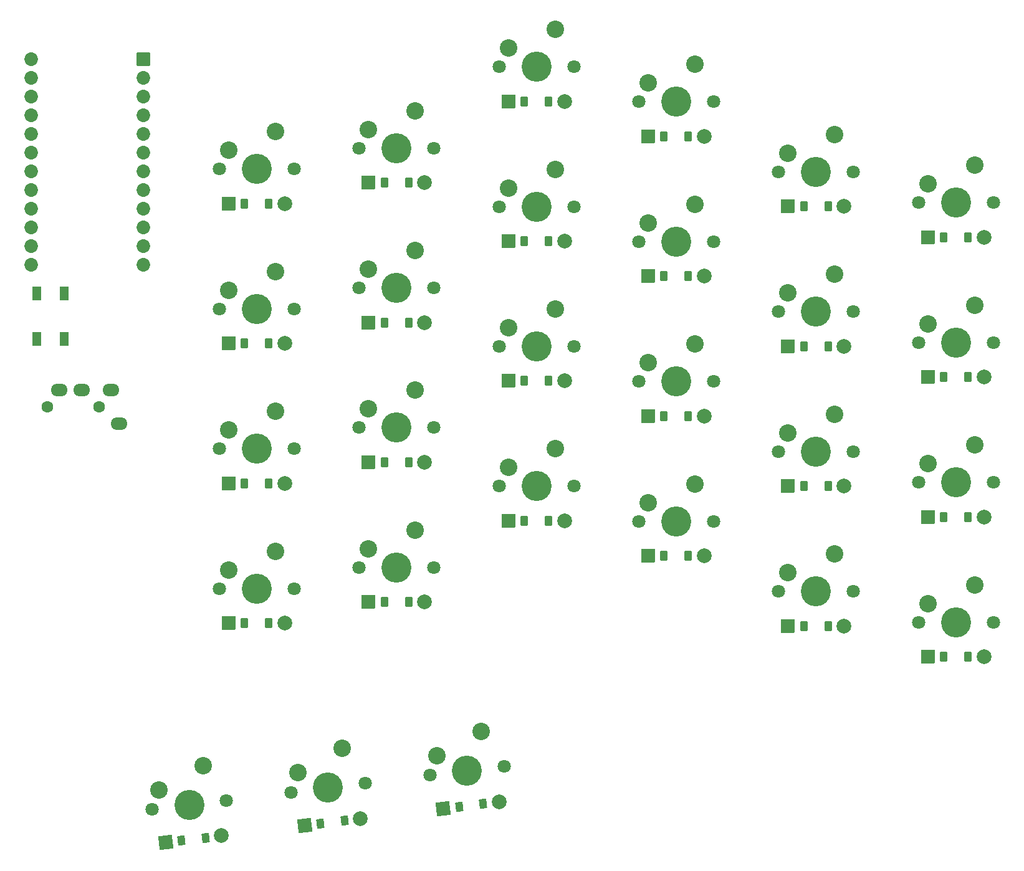
<source format=gbr>
%TF.GenerationSoftware,KiCad,Pcbnew,9.0.1*%
%TF.CreationDate,2025-06-02T17:15:55+02:00*%
%TF.ProjectId,pleiades_r,706c6569-6164-4657-935f-722e6b696361,v1.0.0*%
%TF.SameCoordinates,Original*%
%TF.FileFunction,Soldermask,Top*%
%TF.FilePolarity,Negative*%
%FSLAX46Y46*%
G04 Gerber Fmt 4.6, Leading zero omitted, Abs format (unit mm)*
G04 Created by KiCad (PCBNEW 9.0.1) date 2025-06-02 17:15:55*
%MOMM*%
%LPD*%
G01*
G04 APERTURE LIST*
G04 Aperture macros list*
%AMRoundRect*
0 Rectangle with rounded corners*
0 $1 Rounding radius*
0 $2 $3 $4 $5 $6 $7 $8 $9 X,Y pos of 4 corners*
0 Add a 4 corners polygon primitive as box body*
4,1,4,$2,$3,$4,$5,$6,$7,$8,$9,$2,$3,0*
0 Add four circle primitives for the rounded corners*
1,1,$1+$1,$2,$3*
1,1,$1+$1,$4,$5*
1,1,$1+$1,$6,$7*
1,1,$1+$1,$8,$9*
0 Add four rect primitives between the rounded corners*
20,1,$1+$1,$2,$3,$4,$5,0*
20,1,$1+$1,$4,$5,$6,$7,0*
20,1,$1+$1,$6,$7,$8,$9,0*
20,1,$1+$1,$8,$9,$2,$3,0*%
G04 Aperture macros list end*
%ADD10C,4.087800*%
%ADD11C,1.801800*%
%ADD12C,2.386000*%
%ADD13RoundRect,0.050000X-0.876300X0.876300X-0.876300X-0.876300X0.876300X-0.876300X0.876300X0.876300X0*%
%ADD14C,1.852600*%
%ADD15RoundRect,0.050000X-0.450000X-0.600000X0.450000X-0.600000X0.450000X0.600000X-0.450000X0.600000X0*%
%ADD16RoundRect,0.050000X-0.889000X-0.889000X0.889000X-0.889000X0.889000X0.889000X-0.889000X0.889000X0*%
%ADD17C,2.005000*%
%ADD18RoundRect,0.050000X-0.373524X-0.650369X0.519767X-0.540686X0.373524X0.650369X-0.519767X0.540686X0*%
%ADD19RoundRect,0.050000X-0.774032X-0.990715X0.990715X-0.774032X0.774032X0.990715X-0.990715X0.774032X0*%
%ADD20C,1.600000*%
%ADD21O,2.300000X1.700000*%
%ADD22RoundRect,0.050000X-0.550000X0.900000X-0.550000X-0.900000X0.550000X-0.900000X0.550000X0.900000X0*%
G04 APERTURE END LIST*
D10*
%TO.C,S1*%
X322283508Y-2857500D03*
D11*
X327363508Y-2857500D03*
X317203508Y-2857500D03*
D12*
X324823508Y2222500D03*
X318473508Y-317500D03*
%TD*%
D10*
%TO.C,S2*%
X322283508Y16142500D03*
D11*
X327363508Y16142500D03*
X317203508Y16142500D03*
D12*
X324823508Y21222500D03*
X318473508Y18682500D03*
%TD*%
D10*
%TO.C,S3*%
X322283508Y35142500D03*
D11*
X327363508Y35142500D03*
X317203508Y35142500D03*
D12*
X324823508Y40222500D03*
X318473508Y37682500D03*
%TD*%
D10*
%TO.C,S4*%
X322283508Y54142500D03*
D11*
X327363508Y54142500D03*
X317203508Y54142500D03*
D12*
X324823508Y59222500D03*
X318473508Y56682500D03*
%TD*%
D10*
%TO.C,S5*%
X303283508Y1333500D03*
D11*
X308363508Y1333500D03*
X298203508Y1333500D03*
D12*
X305823508Y6413500D03*
X299473508Y3873500D03*
%TD*%
D10*
%TO.C,S6*%
X303283508Y20333500D03*
D11*
X308363508Y20333500D03*
X298203508Y20333500D03*
D12*
X305823508Y25413500D03*
X299473508Y22873500D03*
%TD*%
D10*
%TO.C,S7*%
X303283508Y39333500D03*
D11*
X308363508Y39333500D03*
X298203508Y39333500D03*
D12*
X305823508Y44413500D03*
X299473508Y41873500D03*
%TD*%
D10*
%TO.C,S8*%
X303283508Y58333500D03*
D11*
X308363508Y58333500D03*
X298203508Y58333500D03*
D12*
X305823508Y63413500D03*
X299473508Y60873500D03*
%TD*%
D10*
%TO.C,S9*%
X284283508Y10858500D03*
D11*
X289363508Y10858500D03*
X279203508Y10858500D03*
D12*
X286823508Y15938500D03*
X280473508Y13398500D03*
%TD*%
D10*
%TO.C,S10*%
X284283508Y29858500D03*
D11*
X289363508Y29858500D03*
X279203508Y29858500D03*
D12*
X286823508Y34938500D03*
X280473508Y32398500D03*
%TD*%
D10*
%TO.C,S11*%
X284283508Y48858500D03*
D11*
X289363508Y48858500D03*
X279203508Y48858500D03*
D12*
X286823508Y53938500D03*
X280473508Y51398500D03*
%TD*%
D10*
%TO.C,S12*%
X284283508Y67858500D03*
D11*
X289363508Y67858500D03*
X279203508Y67858500D03*
D12*
X286823508Y72938500D03*
X280473508Y70398500D03*
%TD*%
D10*
%TO.C,S13*%
X265283508Y15621000D03*
D11*
X270363508Y15621000D03*
X260203508Y15621000D03*
D12*
X267823508Y20701000D03*
X261473508Y18161000D03*
%TD*%
D10*
%TO.C,S15*%
X265283508Y53621000D03*
D11*
X270363508Y53621000D03*
X260203508Y53621000D03*
D12*
X267823508Y58701000D03*
X261473508Y56161000D03*
%TD*%
D10*
%TO.C,S16*%
X265283508Y72621000D03*
D11*
X270363508Y72621000D03*
X260203508Y72621000D03*
D12*
X267823508Y77701000D03*
X261473508Y75161000D03*
%TD*%
D10*
%TO.C,S17*%
X246283508Y4572000D03*
D11*
X251363508Y4572000D03*
X241203508Y4572000D03*
D12*
X248823508Y9652000D03*
X242473508Y7112000D03*
%TD*%
D10*
%TO.C,S19*%
X246283508Y42572000D03*
D11*
X251363508Y42572000D03*
X241203508Y42572000D03*
D12*
X248823508Y47652000D03*
X242473508Y45112000D03*
%TD*%
D10*
%TO.C,S20*%
X246283508Y61572000D03*
D11*
X251363508Y61572000D03*
X241203508Y61572000D03*
D12*
X248823508Y66652000D03*
X242473508Y64112000D03*
%TD*%
D10*
%TO.C,S22*%
X227283508Y20714500D03*
D11*
X232363508Y20714500D03*
X222203508Y20714500D03*
D12*
X229823508Y25794500D03*
X223473508Y23254500D03*
%TD*%
D10*
%TO.C,S23*%
X227283508Y39714500D03*
D11*
X232363508Y39714500D03*
X222203508Y39714500D03*
D12*
X229823508Y44794500D03*
X223473508Y42254500D03*
%TD*%
D10*
%TO.C,S24*%
X227283508Y58714500D03*
D11*
X232363508Y58714500D03*
X222203508Y58714500D03*
D12*
X229823508Y63794500D03*
X223473508Y61254500D03*
%TD*%
D10*
%TO.C,S25*%
X255858508Y-23050500D03*
D11*
X260900642Y-22431404D03*
X250816374Y-23669596D03*
D12*
X257760479Y-17698817D03*
X251767359Y-20993755D03*
%TD*%
D10*
%TO.C,S26*%
X237000131Y-25366017D03*
D11*
X242042265Y-24746921D03*
X231957997Y-25985113D03*
D12*
X238902102Y-20014334D03*
X232908982Y-23309272D03*
%TD*%
D10*
%TO.C,S27*%
X218141754Y-27681535D03*
D11*
X223183888Y-27062439D03*
X213099620Y-28300631D03*
D12*
X220043725Y-22329852D03*
X214050605Y-25624790D03*
%TD*%
D13*
%TO.C,MCU1*%
X211903508Y73684500D03*
D14*
X211903508Y71144500D03*
X211903508Y68604500D03*
X211903508Y66064500D03*
X211903508Y63524500D03*
X211903508Y60984500D03*
X211903508Y58444500D03*
X211903508Y55904500D03*
X211903508Y53364500D03*
X211903508Y50824500D03*
X211903508Y48284500D03*
X211903508Y45744500D03*
X196663508Y73684500D03*
X196663508Y71144500D03*
X196663508Y68604500D03*
X196663508Y66064500D03*
X196663508Y63524500D03*
X196663508Y60984500D03*
X196663508Y58444500D03*
X196663508Y55904500D03*
X196663508Y53364500D03*
X196663508Y50824500D03*
X196663508Y48284500D03*
X196663508Y45744500D03*
%TD*%
D15*
%TO.C,D1*%
X320633508Y-7557500D03*
X323933508Y-7557500D03*
D16*
X318473508Y-7557500D03*
D17*
X326093508Y-7557500D03*
%TD*%
D15*
%TO.C,D2*%
X320633508Y11442500D03*
X323933508Y11442500D03*
D16*
X318473508Y11442500D03*
D17*
X326093508Y11442500D03*
%TD*%
D15*
%TO.C,D3*%
X320633508Y30442500D03*
X323933508Y30442500D03*
D16*
X318473508Y30442500D03*
D17*
X326093508Y30442500D03*
%TD*%
D15*
%TO.C,D4*%
X320633508Y49442500D03*
X323933508Y49442500D03*
D16*
X318473508Y49442500D03*
D17*
X326093508Y49442500D03*
%TD*%
D15*
%TO.C,D5*%
X301633508Y-3366500D03*
X304933508Y-3366500D03*
D16*
X299473508Y-3366500D03*
D17*
X307093508Y-3366500D03*
%TD*%
D15*
%TO.C,D6*%
X301633508Y15633500D03*
X304933508Y15633500D03*
D16*
X299473508Y15633500D03*
D17*
X307093508Y15633500D03*
%TD*%
D15*
%TO.C,D7*%
X301633508Y34633500D03*
X304933508Y34633500D03*
D16*
X299473508Y34633500D03*
D17*
X307093508Y34633500D03*
%TD*%
D15*
%TO.C,D8*%
X301633508Y53633500D03*
X304933508Y53633500D03*
D16*
X299473508Y53633500D03*
D17*
X307093508Y53633500D03*
%TD*%
D15*
%TO.C,D9*%
X282633508Y6158500D03*
X285933508Y6158500D03*
D16*
X280473508Y6158500D03*
D17*
X288093508Y6158500D03*
%TD*%
D15*
%TO.C,D10*%
X282633508Y25158500D03*
X285933508Y25158500D03*
D16*
X280473508Y25158500D03*
D17*
X288093508Y25158500D03*
%TD*%
D15*
%TO.C,D11*%
X282633508Y44158500D03*
X285933508Y44158500D03*
D16*
X280473508Y44158500D03*
D17*
X288093508Y44158500D03*
%TD*%
D15*
%TO.C,D12*%
X282633508Y63158500D03*
X285933508Y63158500D03*
D16*
X280473508Y63158500D03*
D17*
X288093508Y63158500D03*
%TD*%
D15*
%TO.C,D14*%
X263633508Y29921000D03*
X266933508Y29921000D03*
D16*
X261473508Y29921000D03*
D17*
X269093508Y29921000D03*
%TD*%
D15*
%TO.C,D15*%
X263633508Y48921000D03*
X266933508Y48921000D03*
D16*
X261473508Y48921000D03*
D17*
X269093508Y48921000D03*
%TD*%
D15*
%TO.C,D17*%
X244633508Y-128000D03*
X247933508Y-128000D03*
D16*
X242473508Y-128000D03*
D17*
X250093508Y-128000D03*
%TD*%
D15*
%TO.C,D18*%
X244633508Y18872000D03*
X247933508Y18872000D03*
D16*
X242473508Y18872000D03*
D17*
X250093508Y18872000D03*
%TD*%
D15*
%TO.C,D19*%
X244633508Y37872000D03*
X247933508Y37872000D03*
D16*
X242473508Y37872000D03*
D17*
X250093508Y37872000D03*
%TD*%
D15*
%TO.C,D20*%
X244633508Y56872000D03*
X247933508Y56872000D03*
D16*
X242473508Y56872000D03*
D17*
X250093508Y56872000D03*
%TD*%
D15*
%TO.C,D21*%
X225633508Y-2985500D03*
X228933508Y-2985500D03*
D16*
X223473508Y-2985500D03*
D17*
X231093508Y-2985500D03*
%TD*%
D15*
%TO.C,D22*%
X225633508Y16014500D03*
X228933508Y16014500D03*
D16*
X223473508Y16014500D03*
D17*
X231093508Y16014500D03*
%TD*%
D15*
%TO.C,D23*%
X225633508Y35014500D03*
X228933508Y35014500D03*
D16*
X223473508Y35014500D03*
D17*
X231093508Y35014500D03*
%TD*%
D18*
%TO.C,D25*%
X254793592Y-27916551D03*
X258068994Y-27514383D03*
D19*
X252649692Y-28179789D03*
D17*
X260212894Y-27251145D03*
%TD*%
D18*
%TO.C,D26*%
X235935216Y-30232068D03*
X239210618Y-29829900D03*
D19*
X233791316Y-30495306D03*
D17*
X241354518Y-29566662D03*
%TD*%
D18*
%TO.C,D27*%
X217076839Y-32547586D03*
X220352241Y-32145418D03*
D19*
X214932939Y-32810824D03*
D17*
X222496141Y-31882180D03*
%TD*%
D20*
%TO.C,TRRS1*%
X205883508Y26414500D03*
X198883508Y26414500D03*
D21*
X208583508Y24114500D03*
X207483508Y28714500D03*
X203483508Y28714500D03*
X200483508Y28714500D03*
%TD*%
D22*
%TO.C,B1*%
X201133508Y41814500D03*
X201133508Y35614500D03*
X197433508Y41814500D03*
X197433508Y35614500D03*
%TD*%
D10*
%TO.C,S21*%
X227283508Y1714500D03*
D11*
X232363508Y1714500D03*
X222203508Y1714500D03*
D12*
X229823508Y6794500D03*
X223473508Y4254500D03*
%TD*%
D15*
%TO.C,D16*%
X263633508Y67921000D03*
X266933508Y67921000D03*
D16*
X261473508Y67921000D03*
D17*
X269093508Y67921000D03*
%TD*%
D15*
%TO.C,D24*%
X225633508Y54014500D03*
X228933508Y54014500D03*
D16*
X223473508Y54014500D03*
D17*
X231093508Y54014500D03*
%TD*%
D10*
%TO.C,S14*%
X265283508Y34621000D03*
D11*
X270363508Y34621000D03*
X260203508Y34621000D03*
D12*
X267823508Y39701000D03*
X261473508Y37161000D03*
%TD*%
D10*
%TO.C,S18*%
X246283508Y23572000D03*
D11*
X251363508Y23572000D03*
X241203508Y23572000D03*
D12*
X248823508Y28652000D03*
X242473508Y26112000D03*
%TD*%
D15*
%TO.C,D13*%
X263633508Y10921000D03*
X266933508Y10921000D03*
D16*
X261473508Y10921000D03*
D17*
X269093508Y10921000D03*
%TD*%
M02*

</source>
